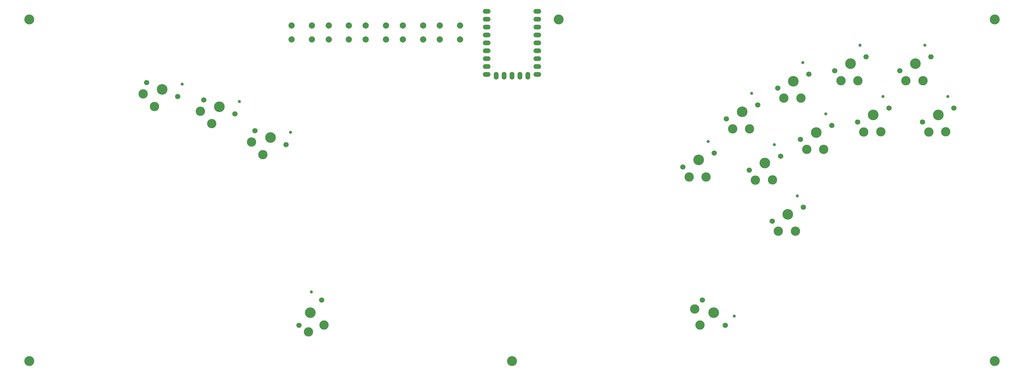
<source format=gts>
%TF.GenerationSoftware,KiCad,Pcbnew,8.0.5*%
%TF.CreationDate,2024-10-21T13:35:55-05:00*%
%TF.ProjectId,triplejump,74726970-6c65-46a7-956d-702e6b696361,rev?*%
%TF.SameCoordinates,Original*%
%TF.FileFunction,Soldermask,Top*%
%TF.FilePolarity,Negative*%
%FSLAX46Y46*%
G04 Gerber Fmt 4.6, Leading zero omitted, Abs format (unit mm)*
G04 Created by KiCad (PCBNEW 8.0.5) date 2024-10-21 13:35:55*
%MOMM*%
%LPD*%
G01*
G04 APERTURE LIST*
%ADD10C,1.701800*%
%ADD11C,3.000000*%
%ADD12C,3.429000*%
%ADD13C,0.990600*%
%ADD14O,2.500000X1.500000*%
%ADD15O,1.500000X2.500000*%
%ADD16C,3.200000*%
%ADD17C,2.000000*%
G04 APERTURE END LIST*
D10*
%TO.C,SW18*%
X284646299Y-65619300D03*
D11*
X286628334Y-68841727D03*
D12*
X289670799Y-63382248D03*
D11*
X292090882Y-68817843D03*
D13*
X292731212Y-57422192D03*
D10*
X294695299Y-61145196D03*
%TD*%
%TO.C,SW10*%
X253095422Y-117314219D03*
D11*
X250643195Y-120195031D03*
D12*
X256775640Y-121401516D03*
D11*
X252353929Y-125382842D03*
D13*
X263389710Y-122470383D03*
D10*
X260455858Y-125488813D03*
%TD*%
%TO.C,SW12*%
X260844580Y-58995963D03*
D11*
X262826615Y-62218390D03*
D12*
X265869080Y-56758911D03*
D11*
X268289163Y-62194506D03*
D13*
X268929493Y-50798855D03*
D10*
X270893580Y-54521859D03*
%TD*%
%TO.C,SW9*%
X123544142Y-125488813D03*
D11*
X126665500Y-127626480D03*
D12*
X127224360Y-121401516D03*
D11*
X131646071Y-125382842D03*
D13*
X127596014Y-114711952D03*
D10*
X130904578Y-117314219D03*
%TD*%
%TO.C,SW20*%
X323847069Y-59993265D03*
D11*
X325829104Y-63215692D03*
D12*
X328871569Y-57756213D03*
D11*
X331291652Y-63191808D03*
D13*
X331931982Y-51796157D03*
D10*
X333896069Y-55519161D03*
%TD*%
D14*
%TO.C,U1*%
X200120000Y-24340000D03*
X200120000Y-26880000D03*
X200120000Y-29420000D03*
X200120000Y-31960000D03*
X200120000Y-34500000D03*
X200120000Y-37040000D03*
X200120000Y-39580000D03*
X200120000Y-42120000D03*
X200120000Y-44660000D03*
D15*
X197080000Y-45160000D03*
X194540000Y-45160000D03*
X192000000Y-45160000D03*
X189460000Y-45160000D03*
X186920000Y-45160000D03*
D14*
X183880000Y-44660000D03*
X183880000Y-42120000D03*
X183880000Y-39580000D03*
X183880000Y-37040000D03*
X183880000Y-34500000D03*
X183880000Y-31960000D03*
X183880000Y-29420000D03*
X183880000Y-26880000D03*
X183880000Y-24340000D03*
%TD*%
D10*
%TO.C,SW6*%
X74603917Y-47327495D03*
D11*
X73535427Y-50956659D03*
D12*
X79628417Y-49564547D03*
D11*
X77208334Y-55000142D03*
D13*
X86105418Y-47850821D03*
D10*
X84652917Y-51801599D03*
%TD*%
%TO.C,SW16*%
X246893310Y-74497100D03*
D11*
X248875345Y-77719527D03*
D12*
X251917810Y-72260048D03*
D11*
X254337893Y-77695643D03*
D13*
X254978223Y-66299992D03*
D10*
X256942310Y-70022996D03*
%TD*%
%TO.C,SW14*%
X305699662Y-39025193D03*
D13*
X303735575Y-35302189D03*
D11*
X303095245Y-46697840D03*
D12*
X300675162Y-41262245D03*
D11*
X297632697Y-46721724D03*
D10*
X295650662Y-43499297D03*
%TD*%
%TO.C,SW15*%
X316505474Y-43503768D03*
D11*
X318487509Y-46726195D03*
D12*
X321529974Y-41266716D03*
D11*
X323950057Y-46702311D03*
D13*
X324590387Y-35306660D03*
D10*
X326554474Y-39029664D03*
%TD*%
%TO.C,SW8*%
X109409999Y-62824161D03*
D11*
X108341509Y-66453325D03*
D12*
X114434499Y-65061213D03*
D11*
X112014416Y-70496808D03*
D13*
X120911500Y-63347487D03*
D10*
X119458999Y-67298265D03*
%TD*%
%TO.C,SW19*%
X302992257Y-59988794D03*
D11*
X304974292Y-63211221D03*
D12*
X308016757Y-57751742D03*
D11*
X310436840Y-63187337D03*
D13*
X311077170Y-51791686D03*
D10*
X313041257Y-55514690D03*
%TD*%
%TO.C,SW7*%
X92975500Y-52900448D03*
D11*
X91907010Y-56529612D03*
D12*
X98000000Y-55137500D03*
D11*
X95579917Y-60573095D03*
D13*
X104477001Y-53423774D03*
D10*
X103024500Y-57374552D03*
%TD*%
D16*
%TO.C,M3*%
X37000000Y-137000000D03*
%TD*%
D10*
%TO.C,SW17*%
X268186175Y-75485460D03*
D11*
X270168210Y-78707887D03*
D12*
X273210675Y-73248408D03*
D11*
X275630758Y-78684003D03*
D13*
X276271088Y-67288352D03*
D10*
X278235175Y-71011356D03*
%TD*%
D17*
%TO.C,SW5*%
X168831250Y-28943750D03*
X175331250Y-28943750D03*
X168831250Y-33443750D03*
X175331250Y-33443750D03*
%TD*%
D16*
%TO.C,M3*%
X37000000Y-27000000D03*
%TD*%
D10*
%TO.C,SW11*%
X275527772Y-91974955D03*
D11*
X277509807Y-95197382D03*
D12*
X280552272Y-89737903D03*
D11*
X282972355Y-95173498D03*
D13*
X283612685Y-83777847D03*
D10*
X285576772Y-87500851D03*
%TD*%
D16*
%TO.C,M3*%
X347000000Y-27000000D03*
%TD*%
%TO.C,M3*%
X207000000Y-27000000D03*
%TD*%
D10*
%TO.C,SW13*%
X287353704Y-44655699D03*
D13*
X285389617Y-40932695D03*
D11*
X284749287Y-52328346D03*
D12*
X282329204Y-46892751D03*
D11*
X279286739Y-52352230D03*
D10*
X277304704Y-49129803D03*
%TD*%
D16*
%TO.C,M3*%
X347000000Y-137000000D03*
%TD*%
D17*
%TO.C,SW2*%
X133112500Y-28943750D03*
X139612500Y-28943750D03*
X133112500Y-33443750D03*
X139612500Y-33443750D03*
%TD*%
%TO.C,SW1*%
X121206500Y-28943750D03*
X127706500Y-28943750D03*
X121206500Y-33443750D03*
X127706500Y-33443750D03*
%TD*%
%TO.C,SW4*%
X156925000Y-28943750D03*
X163425000Y-28943750D03*
X156925000Y-33443750D03*
X163425000Y-33443750D03*
%TD*%
%TO.C,SW3*%
X145018750Y-28943750D03*
X151518750Y-28943750D03*
X145018750Y-33443750D03*
X151518750Y-33443750D03*
%TD*%
D16*
%TO.C,M3*%
X192000000Y-137000000D03*
%TD*%
M02*

</source>
